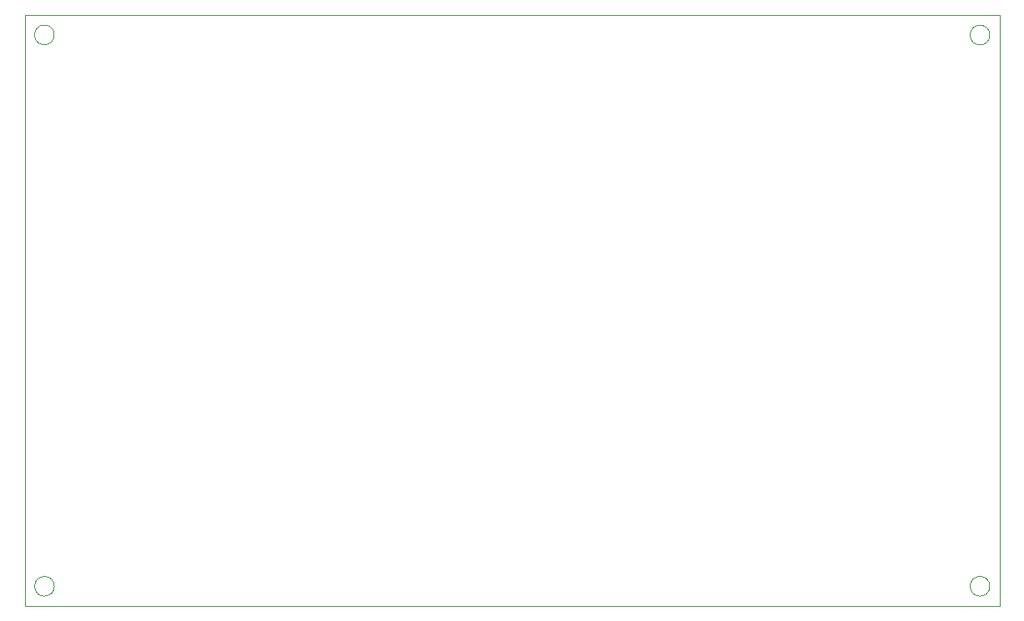
<source format=gbr>
%TF.GenerationSoftware,KiCad,Pcbnew,8.0.6*%
%TF.CreationDate,2024-11-11T19:11:30+01:00*%
%TF.ProjectId,touch-pad,746f7563-682d-4706-9164-2e6b69636164,rev?*%
%TF.SameCoordinates,Original*%
%TF.FileFunction,Profile,NP*%
%FSLAX46Y46*%
G04 Gerber Fmt 4.6, Leading zero omitted, Abs format (unit mm)*
G04 Created by KiCad (PCBNEW 8.0.6) date 2024-11-11 19:11:30*
%MOMM*%
%LPD*%
G01*
G04 APERTURE LIST*
%TA.AperFunction,Profile*%
%ADD10C,0.050000*%
%TD*%
G04 APERTURE END LIST*
D10*
X129380000Y-68760000D02*
G75*
G02*
X127380000Y-68760000I-1000000J0D01*
G01*
X127380000Y-68760000D02*
G75*
G02*
X129380000Y-68760000I1000000J0D01*
G01*
X126380000Y-66770000D02*
X225380000Y-66770000D01*
X225380000Y-126770000D01*
X126380000Y-126770000D01*
X126380000Y-66770000D01*
X224380000Y-124770000D02*
G75*
G02*
X222380000Y-124770000I-1000000J0D01*
G01*
X222380000Y-124770000D02*
G75*
G02*
X224380000Y-124770000I1000000J0D01*
G01*
X224380000Y-68780000D02*
G75*
G02*
X222380000Y-68780000I-1000000J0D01*
G01*
X222380000Y-68780000D02*
G75*
G02*
X224380000Y-68780000I1000000J0D01*
G01*
X129390000Y-124770000D02*
G75*
G02*
X127390000Y-124770000I-1000000J0D01*
G01*
X127390000Y-124770000D02*
G75*
G02*
X129390000Y-124770000I1000000J0D01*
G01*
M02*

</source>
